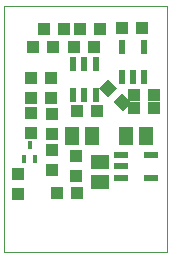
<source format=gtp>
G75*
%MOIN*%
%OFA0B0*%
%FSLAX24Y24*%
%IPPOS*%
%LPD*%
%AMOC8*
5,1,8,0,0,1.08239X$1,22.5*
%
%ADD10C,0.0000*%
%ADD11R,0.0394X0.0433*%
%ADD12R,0.0433X0.0394*%
%ADD13R,0.0480X0.0244*%
%ADD14R,0.0591X0.0512*%
%ADD15R,0.0512X0.0591*%
%ADD16R,0.0157X0.0256*%
%ADD17R,0.0217X0.0472*%
%ADD18R,0.0244X0.0480*%
D10*
X000667Y001133D02*
X000667Y009328D01*
X006084Y009328D01*
X006084Y001133D01*
X000667Y001133D01*
D11*
X004982Y005933D03*
X005651Y005933D03*
X003676Y007958D03*
X003007Y007958D03*
X002676Y008558D03*
X002007Y008558D03*
X002217Y006943D03*
X002217Y006274D03*
X004607Y008583D03*
X005276Y008583D03*
D12*
X003876Y008558D03*
X003207Y008558D03*
X002301Y007958D03*
X001632Y007958D03*
X001567Y006943D03*
X001567Y006274D03*
X001567Y005768D03*
X001567Y005099D03*
X002267Y005074D03*
X002267Y004543D03*
X002267Y003874D03*
X002432Y003108D03*
X003101Y003108D03*
X003067Y003674D03*
X003067Y004343D03*
X002267Y005743D03*
X003082Y005833D03*
X003751Y005833D03*
G36*
X004590Y006414D02*
X004895Y006109D01*
X004616Y005830D01*
X004311Y006135D01*
X004590Y006414D01*
G37*
X004982Y006358D03*
X005651Y006358D03*
G36*
X004117Y006887D02*
X004422Y006582D01*
X004143Y006303D01*
X003838Y006608D01*
X004117Y006887D01*
G37*
X001117Y003743D03*
X001117Y003074D03*
D13*
X004555Y003609D03*
X004555Y003983D03*
X004555Y004357D03*
X005578Y004357D03*
X005578Y003609D03*
D14*
X003867Y003474D03*
X003867Y004143D03*
D15*
X003601Y004983D03*
X002932Y004983D03*
X004732Y004983D03*
X005401Y004983D03*
D16*
X001714Y004232D03*
X001320Y004232D03*
X001517Y004685D03*
D17*
X004593Y006947D03*
X004967Y006947D03*
X005341Y006947D03*
X005341Y007970D03*
X004593Y007970D03*
D18*
X003716Y007395D03*
X003342Y007395D03*
X002968Y007395D03*
X002968Y006372D03*
X003342Y006372D03*
X003716Y006372D03*
M02*

</source>
